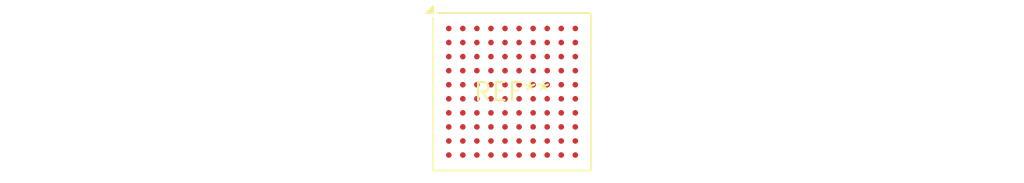
<source format=kicad_pcb>
(kicad_pcb (version 20240108) (generator pcbnew)
  (layers (0 "F.Cu" signal) (31 "B.Cu" signal) (34 "B.Paste" user) (35 "F.Paste" user) (36 "B.SilkS" user "B.Silkscreen") (37 "F.SilkS" user "F.Silkscreen") (38 "B.Mask" user) (39 "F.Mask" user) (44 "Edge.Cuts" user))
  (net 0 "")
  (footprint "BGA-100_11.0x11.0mm_Layout10x10_P1.0mm_Ball0.5mm_Pad0.4mm_NSMD" (layer "F.Cu") (at 0 0)
    (property "Reference" "REF**")
    (property "Value" "BGA-100_11.0x11.0mm_Layout10x10_P1.0mm_Ball0.5mm_Pad0.4mm_NSMD")
    (fp_line (start -5.6 -5.28) (end -5.6 5.6) (layer "F.SilkS") (stroke (width 0.12)))
    (fp_line (start -5.6 5.6) (end 5.6 5.6) (layer "F.SilkS") (stroke (width 0.12)))
    (fp_line (start 5.6 -5.6) (end -5.28 -5.6) (layer "F.SilkS") (stroke (width 0.12)))
    (fp_line (start 5.6 5.6) (end 5.6 -5.6) (layer "F.SilkS") (stroke (width 0.12)))
    (fp_poly (pts (xy -5.6 -5.6) (xy -6.1 -5.6) (xy -5.6 -6.1) (xy -5.6 -5.6)) (layer "F.SilkS") (stroke (width 0.12)) (fill solid))
    (pad "A1" smd circle (at -4.5 -4.5) (size 0.4 0.4) (property pad_prop_bga) (layers "F.Cu" "F.Paste" "F.Mask"))
    (pad "A2" smd circle (at -3.5 -4.5) (size 0.4 0.4) (property pad_prop_bga) (layers "F.Cu" "F.Paste" "F.Mask"))
    (pad "A3" smd circle (at -2.5 -4.5) (size 0.4 0.4) (property pad_prop_bga) (layers "F.Cu" "F.Paste" "F.Mask"))
    (pad "A4" smd circle (at -1.5 -4.5) (size 0.4 0.4) (property pad_prop_bga) (layers "F.Cu" "F.Paste" "F.Mask"))
    (pad "A5" smd circle (at -0.5 -4.5) (size 0.4 0.4) (property pad_prop_bga) (layers "F.Cu" "F.Paste" "F.Mask"))
    (pad "A6" smd circle (at 0.5 -4.5) (size 0.4 0.4) (property pad_prop_bga) (layers "F.Cu" "F.Paste" "F.Mask"))
    (pad "A7" smd circle (at 1.5 -4.5) (size 0.4 0.4) (property pad_prop_bga) (layers "F.Cu" "F.Paste" "F.Mask"))
    (pad "A8" smd circle (at 2.5 -4.5) (size 0.4 0.4) (property pad_prop_bga) (layers "F.Cu" "F.Paste" "F.Mask"))
    (pad "A9" smd circle (at 3.5 -4.5) (size 0.4 0.4) (property pad_prop_bga) (layers "F.Cu" "F.Paste" "F.Mask"))
    (pad "A10" smd circle (at 4.5 -4.5) (size 0.4 0.4) (property pad_prop_bga) (layers "F.Cu" "F.Paste" "F.Mask"))
    (pad "B1" smd circle (at -4.5 -3.5) (size 0.4 0.4) (property pad_prop_bga) (layers "F.Cu" "F.Paste" "F.Mask"))
    (pad "B2" smd circle (at -3.5 -3.5) (size 0.4 0.4) (property pad_prop_bga) (layers "F.Cu" "F.Paste" "F.Mask"))
    (pad "B3" smd circle (at -2.5 -3.5) (size 0.4 0.4) (property pad_prop_bga) (layers "F.Cu" "F.Paste" "F.Mask"))
    (pad "B4" smd circle (at -1.5 -3.5) (size 0.4 0.4) (property pad_prop_bga) (layers "F.Cu" "F.Paste" "F.Mask"))
    (pad "B5" smd circle (at -0.5 -3.5) (size 0.4 0.4) (property pad_prop_bga) (layers "F.Cu" "F.Paste" "F.Mask"))
    (pad "B6" smd circle (at 0.5 -3.5) (size 0.4 0.4) (property pad_prop_bga) (layers "F.Cu" "F.Paste" "F.Mask"))
    (pad "B7" smd circle (at 1.5 -3.5) (size 0.4 0.4) (property pad_prop_bga) (layers "F.Cu" "F.Paste" "F.Mask"))
    (pad "B8" smd circle (at 2.5 -3.5) (size 0.4 0.4) (property pad_prop_bga) (layers "F.Cu" "F.Paste" "F.Mask"))
    (pad "B9" smd circle (at 3.5 -3.5) (size 0.4 0.4) (property pad_prop_bga) (layers "F.Cu" "F.Paste" "F.Mask"))
    (pad "B10" smd circle (at 4.5 -3.5) (size 0.4 0.4) (property pad_prop_bga) (layers "F.Cu" "F.Paste" "F.Mask"))
    (pad "C1" smd circle (at -4.5 -2.5) (size 0.4 0.4) (property pad_prop_bga) (layers "F.Cu" "F.Paste" "F.Mask"))
    (pad "C2" smd circle (at -3.5 -2.5) (size 0.4 0.4) (property pad_prop_bga) (layers "F.Cu" "F.Paste" "F.Mask"))
    (pad "C3" smd circle (at -2.5 -2.5) (size 0.4 0.4) (property pad_prop_bga) (layers "F.Cu" "F.Paste" "F.Mask"))
    (pad "C4" smd circle (at -1.5 -2.5) (size 0.4 0.4) (property pad_prop_bga) (layers "F.Cu" "F.Paste" "F.Mask"))
    (pad "C5" smd circle (at -0.5 -2.5) (size 0.4 0.4) (property pad_prop_bga) (layers "F.Cu" "F.Paste" "F.Mask"))
    (pad "C6" smd circle (at 0.5 -2.5) (size 0.4 0.4) (property pad_prop_bga) (layers "F.Cu" "F.Paste" "F.Mask"))
    (pad "C7" smd circle (at 1.5 -2.5) (size 0.4 0.4) (property pad_prop_bga) (layers "F.Cu" "F.Paste" "F.Mask"))
    (pad "C8" smd circle (at 2.5 -2.5) (size 0.4 0.4) (property pad_prop_bga) (layers "F.Cu" "F.Paste" "F.Mask"))
    (pad "C9" smd circle (at 3.5 -2.5) (size 0.4 0.4) (property pad_prop_bga) (layers "F.Cu" "F.Paste" "F.Mask"))
    (pad "C10" smd circle (at 4.5 -2.5) (size 0.4 0.4) (property pad_prop_bga) (layers "F.Cu" "F.Paste" "F.Mask"))
    (pad "D1" smd circle (at -4.5 -1.5) (size 0.4 0.4) (property pad_prop_bga) (layers "F.Cu" "F.Paste" "F.Mask"))
    (pad "D2" smd circle (at -3.5 -1.5) (size 0.4 0.4) (property pad_prop_bga) (layers "F.Cu" "F.Paste" "F.Mask"))
    (pad "D3" smd circle (at -2.5 -1.5) (size 0.4 0.4) (property pad_prop_bga) (layers "F.Cu" "F.Paste" "F.Mask"))
    (pad "D4" smd circle (at -1.5 -1.5) (size 0.4 0.4) (property pad_prop_bga) (layers "F.Cu" "F.Paste" "F.Mask"))
    (pad "D5" smd circle (at -0.5 -1.5) (size 0.4 0.4) (property pad_prop_bga) (layers "F.Cu" "F.Paste" "F.Mask"))
    (pad "D6" smd circle (at 0.5 -1.5) (size 0.4 0.4) (property pad_prop_bga) (layers "F.Cu" "F.Paste" "F.Mask"))
    (pad "D7" smd circle (at 1.5 -1.5) (size 0.4 0.4) (property pad_prop_bga) (layers "F.Cu" "F.Paste" "F.Mask"))
    (pad "D8" smd circle (at 2.5 -1.5) (size 0.4 0.4) (property pad_prop_bga) (layers "F.Cu" "F.Paste" "F.Mask"))
    (pad "D9" smd circle (at 3.5 -1.5) (size 0.4 0.4) (property pad_prop_bga) (layers "F.Cu" "F.Paste" "F.Mask"))
    (pad "D10" smd circle (at 4.5 -1.5) (size 0.4 0.4) (property pad_prop_bga) (layers "F.Cu" "F.Paste" "F.Mask"))
    (pad "E1" smd circle (at -4.5 -0.5) (size 0.4 0.4) (property pad_prop_bga) (layers "F.Cu" "F.Paste" "F.Mask"))
    (pad "E2" smd circle (at -3.5 -0.5) (size 0.4 0.4) (property pad_prop_bga) (layers "F.Cu" "F.Paste" "F.Mask"))
    (pad "E3" smd circle (at -2.5 -0.5) (size 0.4 0.4) (property pad_prop_bga) (layers "F.Cu" "F.Paste" "F.Mask"))
    (pad "E4" smd circle (at -1.5 -0.5) (size 0.4 0.4) (property pad_prop_bga) (layers "F.Cu" "F.Paste" "F.Mask"))
    (pad "E5" smd circle (at -0.5 -0.5) (size 0.4 0.4) (property pad_prop_bga) (layers "F.Cu" "F.Paste" "F.Mask"))
    (pad "E6" smd circle (at 0.5 -0.5) (size 0.4 0.4) (property pad_prop_bga) (layers "F.Cu" "F.Paste" "F.Mask"))
    (pad "E7" smd circle (at 1.5 -0.5) (size 0.4 0.4) (property pad_prop_bga) (layers "F.Cu" "F.Paste" "F.Mask"))
    (pad "E8" smd circle (at 2.5 -0.5) (size 0.4 0.4) (property pad_prop_bga) (layers "F.Cu" "F.Paste" "F.Mask"))
    (pad "E9" smd circle (at 3.5 -0.5) (size 0.4 0.4) (property pad_prop_bga) (layers "F.Cu" "F.Paste" "F.Mask"))
    (pad "E10" smd circle (at 4.5 -0.5) (size 0.4 0.4) (property pad_prop_bga) (layers "F.Cu" "F.Paste" "F.Mask"))
    (pad "F1" smd circle (at -4.5 0.5) (size 0.4 0.4) (property pad_prop_bga) (layers "F.Cu" "F.Paste" "F.Mask"))
    (pad "F2" smd circle (at -3.5 0.5) (size 0.4 0.4) (property pad_prop_bga) (layers "F.Cu" "F.Paste" "F.Mask"))
    (pad "F3" smd circle (at -2.5 0.5) (size 0.4 0.4) (property pad_prop_bga) (layers "F.Cu" "F.Paste" "F.Mask"))
    (pad "F4" smd circle (at -1.5 0.5) (size 0.4 0.4) (property pad_prop_bga) (layers "F.Cu" "F.Paste" "F.Mask"))
    (pad "F5" smd circle (at -0.5 0.5) (size 0.4 0.4) (property pad_prop_bga) (layers "F.Cu" "F.Paste" "F.Mask"))
    (pad "F6" smd circle (at 0.5 0.5) (size 0.4 0.4) (property pad_prop_bga) (layers "F.Cu" "F.Paste" "F.Mask"))
    (pad "F7" smd circle (at 1.5 0.5) (size 0.4 0.4) (property pad_prop_bga) (layers "F.Cu" "F.Paste" "F.Mask"))
    (pad "F8" smd circle (at 2.5 0.5) (size 0.4 0.4) (property pad_prop_bga) (layers "F.Cu" "F.Paste" "F.Mask"))
    (pad "F9" smd circle (at 3.5 0.5) (size 0.4 0.4) (property pad_prop_bga) (layers "F.Cu" "F.Paste" "F.Mask"))
    (pad "F10" smd circle (at 4.5 0.5) (size 0.4 0.4) (property pad_prop_bga) (layers "F.Cu" "F.Paste" "F.Mask"))
    (pad "G1" smd circle (at -4.5 1.5) (size 0.4 0.4) (property pad_prop_bga) (layers "F.Cu" "F.Paste" "F.Mask"))
    (pad "G2" smd circle (at -3.5 1.5) (size 0.4 0.4) (property pad_prop_bga) (layers "F.Cu" "F.Paste" "F.Mask"))
    (pad "G3" smd circle (at -2.5 1.5) (size 0.4 0.4) (property pad_prop_bga) (layers "F.Cu" "F.Paste" "F.Mask"))
    (pad "G4" smd circle (at -1.5 1.5) (size 0.4 0.4) (property pad_prop_bga) (layers "F.Cu" "F.Paste" "F.Mask"))
    (pad "G5" smd circle (at -0.5 1.5) (size 0.4 0.4) (property pad_prop_bga) (layers "F.Cu" "F.Paste" "F.Mask"))
    (pad "G6" smd circle (at 0.5 1.5) (size 0.4 0.4) (property pad_prop_bga) (layers "F.Cu" "F.Paste" "F.Mask"))
    (pad "G7" smd circle (at 1.5 1.5) (size 0.4 0.4) (property pad_prop_bga) (layers "F.Cu" "F.Paste" "F.Mask"))
    (pad "G8" smd circle (at 2.5 1.5) (size 0.4 0.4) (property pad_prop_bga) (layers "F.Cu" "F.Paste" "F.Mask"))
    (pad "G9" smd circle (at 3.5 1.5) (size 0.4 0.4) (property pad_prop_bga) (layers "F.Cu" "F.Paste" "F.Mask"))
    (pad "G10" smd circle (at 4.5 1.5) (size 0.4 0.4) (property pad_prop_bga) (layers "F.Cu" "F.Paste" "F.Mask"))
    (pad "H1" smd circle (at -4.5 2.5) (size 0.4 0.4) (property pad_prop_bga) (layers "F.Cu" "F.Paste" "F.Mask"))
    (pad "H2" smd circle (at -3.5 2.5) (size 0.4 0.4) (property pad_prop_bga) (layers "F.Cu" "F.Paste" "F.Mask"))
    (pad "H3" smd circle (at -2.5 2.5) (size 0.4 0.4) (property pad_prop_bga) (layers "F.Cu" "F.Paste" "F.Mask"))
    (pad "H4" smd circle (at -1.5 2.5) (size 0.4 0.4) (property pad_prop_bga) (layers "F.Cu" "F.Paste" "F.Mask"))
    (pad "H5" smd circle (at -0.5 2.5) (size 0.4 0.4) (property pad_prop_bga) (layers "F.Cu" "F.Paste" "F.Mask"))
    (pad "H6" smd circle (at 0.5 2.5) (size 0.4 0.4) (property pad_prop_bga) (layers "F.Cu" "F.Paste" "F.Mask"))
    (pad "H7" smd circle (at 1.5 2.5) (size 0.4 0.4) (property pad_prop_bga) (layers "F.Cu" "F.Paste" "F.Mask"))
    (pad "H8" smd circle (at 2.5 2.5) (size 0.4 0.4) (property pad_prop_bga) (layers "F.Cu" "F.Paste" "F.Mask"))
    (pad "H9" smd circle (at 3.5 2.5) (size 0.4 0.4) (property pad_prop_bga) (layers "F.Cu" "F.Paste" "F.Mask"))
    (pad "H10" smd circle (at 4.5 2.5) (size 0.4 0.4) (property pad_prop_bga) (layers "F.Cu" "F.Paste" "F.Mask"))
    (pad "J1" smd circle (at -4.5 3.5) (size 0.4 0.4) (property pad_prop_bga) (layers "F.Cu" "F.Paste" "F.Mask"))
    (pad "J2" smd circle (at -3.5 3.5) (size 0.4 0.4) (property pad_prop_bga) (layers "F.Cu" "F.Paste" "F.Mask"))
    (pad "J3" smd circle (at -2.5 3.5) (size 0.4 0.4) (property pad_prop_bga) (layers "F.Cu" "F.Paste" "F.Mask"))
    (pad "J4" smd circle (at -1.5 3.5) (size 0.4 0.4) (property pad_prop_bga) (layers "F.Cu" "F.Paste" "F.Mask"))
    (pad "J5" smd circle (at -0.5 3.5) (size 0.4 0.4) (property pad_prop_bga) (layers "F.Cu" "F.Paste" "F.Mask"))
    (pad "J6" smd circle (at 0.5 3.5) (size 0.4 0.4) (property pad_prop_bga) (layers "F.Cu" "F.Paste" "F.Mask"))
    (pad "J7" smd circle (at 1.5 3.5) (size 0.4 0.4) (property pad_prop_bga) (layers "F.Cu" "F.Paste" "F.Mask"))
    (pad "J8" smd circle (at 2.5 3.5) (size 0.4 0.4) (property pad_prop_bga) (layers "F.Cu" "F.Paste" "F.Mask"))
    (pad "J9" smd circle (at 3.5 3.5) (size 0.4 0.4) (property pad_prop_bga) (layers "F.Cu" "F.Paste" "F.Mask"))
    (pad "J10" smd circle (at 4.5 3.5) (size 0.4 0.4) (property pad_prop_bga) (layers "F.Cu" "F.Paste" "F.Mask"))
    (pad "K1" smd circle (at -4.5 4.5) (size 0.4 0.4) (property pad_prop_bga) (layers "F.Cu" "F.Paste" "F.Mask"))
    (pad "K2" smd circle (at -3.5 4.5) (size 0.4 0.4) (property pad_prop_bga) (layers "F.Cu" "F.Paste" "F.Mask"))
    (pad "K3" smd circle (at -2.5 4.5) (size 0.4 0.4) (property pad_prop_bga) (layers "F.Cu" "F.Paste" "F.Mask"))
    (pad "K4" smd circle (at -1.5 4.5) (size 0.4 0.4) (property pad_prop_bga) (layers "F.Cu" "F.Paste" "F.Mask"))
    (pad "K5" smd circle (at -0.5 4.5) (size 0.4 0.4) (property pad_prop_bga) (layers "F.Cu" "F.Paste" "F.Mask"))
    (pad "K6" smd circle (at 0.5 4.5) (size 0.4 0.4) (property pad_prop_bga) (layers "F.Cu" "F.Paste" "F.Mask"))
    (pad "K7" smd circle (at 1.5 4.5) (size 0.4 0.4) (property pad_prop_bga) (layers "F.Cu" "F.Paste" "F.Mask"))
    (pad "K8" smd circle (at 2.5 4.5) (size 0.4 0.4) (property pad_prop_bga) (layers "F.Cu" "F.Paste" "F.Mask"))
    (pad "K9" smd circle (at 3.5 4.5) (size 0.4 0.4) (property pad_prop_bga) (layers "F.Cu" "F.Paste" "F.Mask"))
    (pad "K10" smd circle (at 4.5 4.5) (size 0.4 0.4) (property pad_prop_bga) (layers "F.Cu" "F.Paste" "F.Mask"))
  )
)
</source>
